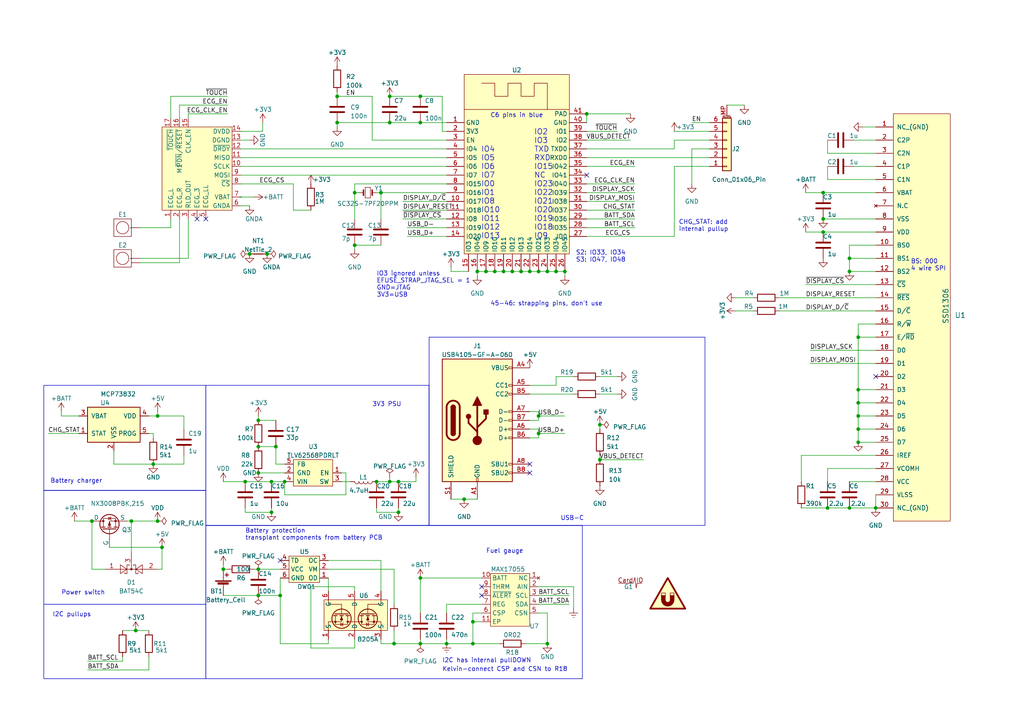
<source format=kicad_sch>
(kicad_sch (version 20230121) (generator eeschema)
  (paper "A4")
  (title_block (title "Card/IO ECG main board") (date "2023-11-17") (rev "6"))
  (junction (at 156.21 125.73))
  (junction (at 26.67 151.13))
  (junction (at 173.99 123.19))
  (junction (at 113.03 35.56))
  (junction (at 114.3 186.69))
  (junction (at 110.49 55.88))
  (junction (at 158.75 78.74))
  (junction (at 113.03 139.7))
  (junction (at 97.79 27.94))
  (junction (at 82.55 139.7))
  (junction (at 129.54 186.69))
  (junction (at 151.13 78.74))
  (junction (at 240.03 147.32))
  (junction (at 115.57 139.7))
  (junction (at 137.16 180.34))
  (junction (at 248.92 128.27))
  (junction (at 143.51 78.74))
  (junction (at 163.83 78.74))
  (junction (at 102.87 71.12))
  (junction (at 77.47 73.66))
  (junction (at 121.92 27.94))
  (junction (at 121.92 186.69))
  (junction (at 146.05 78.74))
  (junction (at 246.38 78.74))
  (junction (at 74.93 129.54))
  (junction (at 44.45 134.62))
  (junction (at 74.93 172.72))
  (junction (at 158.75 186.69))
  (junction (at 248.92 97.79))
  (junction (at 81.28 172.72))
  (junction (at 173.99 133.35))
  (junction (at 140.97 78.74))
  (junction (at 97.79 35.56))
  (junction (at 254 147.32))
  (junction (at 46.99 158.75))
  (junction (at 156.21 120.65))
  (junction (at 71.12 139.7))
  (junction (at 78.74 148.59))
  (junction (at 161.29 78.74))
  (junction (at 248.92 113.03))
  (junction (at 153.67 78.74))
  (junction (at 39.37 182.88))
  (junction (at 246.38 147.32))
  (junction (at 238.76 55.88))
  (junction (at 45.72 151.13))
  (junction (at 45.72 120.65))
  (junction (at 246.38 74.93))
  (junction (at 80.01 129.54))
  (junction (at 115.57 148.59))
  (junction (at 156.21 78.74))
  (junction (at 64.77 165.1))
  (junction (at 78.74 139.7))
  (junction (at 170.18 33.02))
  (junction (at 38.1 151.13))
  (junction (at 138.43 78.74))
  (junction (at 248.92 120.65))
  (junction (at 72.39 73.66))
  (junction (at 134.62 144.78))
  (junction (at 109.22 139.7))
  (junction (at 74.93 165.1))
  (junction (at 137.16 186.69))
  (junction (at 238.76 67.31))
  (junction (at 121.92 35.56))
  (junction (at 238.76 63.5))
  (junction (at 248.92 116.84))
  (junction (at 248.92 124.46))
  (junction (at 148.59 78.74))
  (junction (at 74.93 121.92))
  (junction (at 113.03 27.94))
  (junction (at 121.92 167.64))
  (junction (at 74.93 137.16))
  (junction (at 102.87 55.88))
  (no_connect (at 254 109.22))
  (no_connect (at 59.69 63.5))
  (no_connect (at 153.67 134.62))
  (no_connect (at 139.7 170.18))
  (no_connect (at 139.7 172.72))
  (no_connect (at 57.15 63.5))
  (no_connect (at 153.67 137.16))
  (no_connect (at 81.28 162.56))
  (no_connect (at 170.18 50.8))
  (wire (pts (xy 116.84 58.42) (xy 129.54 58.42)))
  (wire (pts (xy 69.85 40.64) (xy 72.39 40.64)))
  (wire (pts (xy 102.87 71.12) (xy 110.49 71.12)))
  (wire (pts (xy 90.17 187.96) (xy 90.17 170.18)))
  (wire (pts (xy 118.11 66.04) (xy 129.54 66.04)))
  (wire (pts (xy 195.58 48.26) (xy 205.74 48.26)))
  (wire (pts (xy 161.29 111.76) (xy 161.29 109.22)))
  (wire (pts (xy 156.21 124.46) (xy 156.21 125.73)))
  (wire (pts (xy 54.61 33.02) (xy 54.61 34.29)))
  (wire (pts (xy 97.79 35.56) (xy 113.03 35.56)))
  (wire (pts (xy 78.74 148.59) (xy 78.74 147.32)))
  (wire (pts (xy 121.92 35.56) (xy 129.54 35.56)))
  (wire (pts (xy 115.57 147.32) (xy 115.57 148.59)))
  (wire (pts (xy 25.4 191.77) (xy 35.56 191.77)))
  (wire (pts (xy 173.99 133.35) (xy 173.99 132.08)))
  (wire (pts (xy 233.68 55.88) (xy 238.76 55.88)))
  (wire (pts (xy 158.75 177.8) (xy 158.75 186.69)))
  (wire (pts (xy 102.87 71.12) (xy 102.87 72.39)))
  (wire (pts (xy 114.3 186.69) (xy 121.92 186.69)))
  (wire (pts (xy 248.92 97.79) (xy 254 97.79)))
  (wire (pts (xy 184.15 63.5) (xy 170.18 63.5)))
  (wire (pts (xy 173.99 114.3) (xy 179.07 114.3)))
  (wire (pts (xy 64.77 165.1) (xy 66.04 165.1)))
  (wire (pts (xy 156.21 78.74) (xy 158.75 78.74)))
  (wire (pts (xy 170.18 38.1) (xy 179.07 38.1)))
  (wire (pts (xy 69.85 50.8) (xy 129.54 50.8)))
  (wire (pts (xy 95.25 186.69) (xy 95.25 185.42)))
  (wire (pts (xy 195.58 68.58) (xy 195.58 48.26)))
  (wire (pts (xy 74.93 120.65) (xy 74.93 121.92)))
  (wire (pts (xy 166.37 170.18) (xy 156.21 170.18)))
  (wire (pts (xy 238.76 63.5) (xy 254 63.5)))
  (wire (pts (xy 146.05 78.74) (xy 148.59 78.74)))
  (wire (pts (xy 200.66 43.18) (xy 200.66 53.34)))
  (wire (pts (xy 153.67 111.76) (xy 161.29 111.76)))
  (wire (pts (xy 153.67 124.46) (xy 156.21 124.46)))
  (wire (pts (xy 97.79 26.67) (xy 97.79 27.94)))
  (wire (pts (xy 43.18 194.31) (xy 43.18 190.5)))
  (wire (pts (xy 254 132.08) (xy 232.41 132.08)))
  (wire (pts (xy 113.03 35.56) (xy 121.92 35.56)))
  (wire (pts (xy 110.49 162.56) (xy 110.49 171.45)))
  (wire (pts (xy 156.21 172.72) (xy 165.1 172.72)))
  (wire (pts (xy 120.65 139.7) (xy 115.57 139.7)))
  (wire (pts (xy 107.95 40.64) (xy 129.54 40.64)))
  (wire (pts (xy 78.74 139.7) (xy 82.55 139.7)))
  (wire (pts (xy 240.03 44.45) (xy 254 44.45)))
  (wire (pts (xy 44.45 134.62) (xy 53.34 134.62)))
  (wire (pts (xy 129.54 175.26) (xy 129.54 177.8)))
  (wire (pts (xy 254 135.89) (xy 240.03 135.89)))
  (wire (pts (xy 139.7 177.8) (xy 137.16 177.8)))
  (wire (pts (xy 153.67 119.38) (xy 156.21 119.38)))
  (wire (pts (xy 156.21 120.65) (xy 163.83 120.65)))
  (wire (pts (xy 156.21 177.8) (xy 158.75 177.8)))
  (wire (pts (xy 102.87 55.88) (xy 104.14 55.88)))
  (wire (pts (xy 137.16 186.69) (xy 144.78 186.69)))
  (wire (pts (xy 138.43 78.74) (xy 138.43 80.01)))
  (wire (pts (xy 213.36 90.17) (xy 218.44 90.17)))
  (wire (pts (xy 121.92 167.64) (xy 139.7 167.64)))
  (wire (pts (xy 226.06 86.36) (xy 254 86.36)))
  (wire (pts (xy 240.03 147.32) (xy 246.38 147.32)))
  (wire (pts (xy 100.33 137.16) (xy 100.33 143.51)))
  (wire (pts (xy 40.64 74.93) (xy 54.61 74.93)))
  (wire (pts (xy 153.67 114.3) (xy 166.37 114.3)))
  (wire (pts (xy 102.87 187.96) (xy 90.17 187.96)))
  (wire (pts (xy 233.68 67.31) (xy 238.76 67.31)))
  (wire (pts (xy 74.93 172.72) (xy 81.28 172.72)))
  (wire (pts (xy 170.18 33.02) (xy 182.88 33.02)))
  (wire (pts (xy 137.16 180.34) (xy 139.7 180.34)))
  (wire (pts (xy 100.33 143.51) (xy 82.55 143.51)))
  (wire (pts (xy 66.04 30.48) (xy 52.07 30.48)))
  (wire (pts (xy 246.38 78.74) (xy 254 78.74)))
  (wire (pts (xy 33.02 130.81) (xy 33.02 134.62)))
  (wire (pts (xy 53.34 120.65) (xy 53.34 124.46)))
  (wire (pts (xy 114.3 165.1) (xy 95.25 165.1)))
  (wire (pts (xy 134.62 144.78) (xy 138.43 144.78)))
  (wire (pts (xy 200.66 35.56) (xy 205.74 35.56)))
  (wire (pts (xy 137.16 177.8) (xy 137.16 180.34)))
  (wire (pts (xy 113.03 139.7) (xy 115.57 139.7)))
  (wire (pts (xy 148.59 78.74) (xy 151.13 78.74)))
  (wire (pts (xy 54.61 33.02) (xy 66.04 33.02)))
  (wire (pts (xy 248.92 120.65) (xy 254 120.65)))
  (wire (pts (xy 170.18 53.34) (xy 184.15 53.34)))
  (wire (pts (xy 156.21 121.92) (xy 153.67 121.92)))
  (wire (pts (xy 80.01 134.62) (xy 82.55 134.62)))
  (wire (pts (xy 143.51 78.74) (xy 146.05 78.74)))
  (wire (pts (xy 26.67 151.13) (xy 26.67 165.1)))
  (wire (pts (xy 85.09 60.96) (xy 90.17 60.96)))
  (wire (pts (xy 210.82 30.48) (xy 215.9 30.48)))
  (wire (pts (xy 109.22 148.59) (xy 115.57 148.59)))
  (wire (pts (xy 170.18 40.64) (xy 182.88 40.64)))
  (wire (pts (xy 74.93 165.1) (xy 81.28 165.1)))
  (wire (pts (xy 156.21 119.38) (xy 156.21 120.65)))
  (wire (pts (xy 69.85 43.18) (xy 129.54 43.18)))
  (wire (pts (xy 110.49 186.69) (xy 114.3 186.69)))
  (wire (pts (xy 39.37 182.88) (xy 43.18 182.88)))
  (wire (pts (xy 13.97 125.73) (xy 22.86 125.73)))
  (wire (pts (xy 128.27 27.94) (xy 121.92 27.94)))
  (wire (pts (xy 97.79 27.94) (xy 107.95 27.94)))
  (wire (pts (xy 45.72 120.65) (xy 53.34 120.65)))
  (wire (pts (xy 234.95 101.6) (xy 254 101.6)))
  (wire (pts (xy 246.38 147.32) (xy 254 147.32)))
  (wire (pts (xy 109.22 139.7) (xy 113.03 139.7)))
  (wire (pts (xy 102.87 55.88) (xy 102.87 63.5)))
  (wire (pts (xy 248.92 113.03) (xy 248.92 116.84)))
  (wire (pts (xy 240.03 52.07) (xy 254 52.07)))
  (wire (pts (xy 76.2 38.1) (xy 76.2 35.56)))
  (wire (pts (xy 195.58 38.1) (xy 205.74 38.1)))
  (wire (pts (xy 254 71.12) (xy 246.38 71.12)))
  (wire (pts (xy 74.93 121.92) (xy 80.01 121.92)))
  (wire (pts (xy 73.66 165.1) (xy 74.93 165.1)))
  (wire (pts (xy 52.07 63.5) (xy 52.07 76.2)))
  (wire (pts (xy 233.68 82.55) (xy 254 82.55)))
  (wire (pts (xy 140.97 78.74) (xy 143.51 78.74)))
  (wire (pts (xy 69.85 53.34) (xy 85.09 53.34)))
  (wire (pts (xy 109.22 55.88) (xy 110.49 55.88)))
  (wire (pts (xy 81.28 167.64) (xy 81.28 172.72)))
  (wire (pts (xy 195.58 40.64) (xy 195.58 43.18)))
  (wire (pts (xy 130.81 144.78) (xy 134.62 144.78)))
  (wire (pts (xy 153.67 78.74) (xy 156.21 78.74)))
  (wire (pts (xy 156.21 125.73) (xy 156.21 127)))
  (wire (pts (xy 173.99 123.19) (xy 173.99 124.46)))
  (wire (pts (xy 64.77 139.7) (xy 71.12 139.7)))
  (wire (pts (xy 170.18 58.42) (xy 184.15 58.42)))
  (wire (pts (xy 52.07 30.48) (xy 52.07 34.29)))
  (wire (pts (xy 170.18 45.72) (xy 205.74 45.72)))
  (wire (pts (xy 139.7 175.26) (xy 129.54 175.26)))
  (wire (pts (xy 45.72 119.38) (xy 45.72 120.65)))
  (wire (pts (xy 163.83 78.74) (xy 163.83 80.01)))
  (wire (pts (xy 44.45 125.73) (xy 44.45 127)))
  (wire (pts (xy 218.44 86.36) (xy 213.36 86.36)))
  (wire (pts (xy 248.92 113.03) (xy 254 113.03)))
  (wire (pts (xy 64.77 172.72) (xy 74.93 172.72)))
  (wire (pts (xy 116.84 60.96) (xy 129.54 60.96)))
  (wire (pts (xy 121.92 186.69) (xy 121.92 185.42)))
  (wire (pts (xy 184.15 60.96) (xy 170.18 60.96)))
  (wire (pts (xy 238.76 67.31) (xy 254 67.31)))
  (wire (pts (xy 69.85 48.26) (xy 129.54 48.26)))
  (wire (pts (xy 128.27 38.1) (xy 128.27 27.94)))
  (wire (pts (xy 69.85 38.1) (xy 76.2 38.1)))
  (wire (pts (xy 118.11 68.58) (xy 129.54 68.58)))
  (wire (pts (xy 113.03 138.43) (xy 113.03 139.7)))
  (wire (pts (xy 71.12 148.59) (xy 78.74 148.59)))
  (wire (pts (xy 195.58 43.18) (xy 170.18 43.18)))
  (wire (pts (xy 248.92 124.46) (xy 248.92 128.27)))
  (wire (pts (xy 35.56 191.77) (xy 35.56 190.5)))
  (wire (pts (xy 69.85 57.15) (xy 73.66 57.15)))
  (wire (pts (xy 114.3 182.88) (xy 114.3 186.69)))
  (wire (pts (xy 248.92 93.98) (xy 248.92 97.79)))
  (wire (pts (xy 158.75 78.74) (xy 161.29 78.74)))
  (wire (pts (xy 25.4 194.31) (xy 43.18 194.31)))
  (wire (pts (xy 246.38 74.93) (xy 254 74.93)))
  (wire (pts (xy 99.06 139.7) (xy 101.6 139.7)))
  (wire (pts (xy 54.61 63.5) (xy 54.61 74.93)))
  (wire (pts (xy 250.19 36.83) (xy 254 36.83)))
  (wire (pts (xy 21.59 151.13) (xy 26.67 151.13)))
  (wire (pts (xy 102.87 170.18) (xy 102.87 171.45)))
  (wire (pts (xy 156.21 120.65) (xy 156.21 121.92)))
  (wire (pts (xy 35.56 182.88) (xy 39.37 182.88)))
  (wire (pts (xy 99.06 137.16) (xy 100.33 137.16)))
  (wire (pts (xy 173.99 133.35) (xy 186.69 133.35)))
  (wire (pts (xy 254 143.51) (xy 254 147.32)))
  (wire (pts (xy 40.64 66.04) (xy 49.53 66.04)))
  (wire (pts (xy 161.29 109.22) (xy 166.37 109.22)))
  (wire (pts (xy 248.92 120.65) (xy 248.92 124.46)))
  (wire (pts (xy 38.1 151.13) (xy 45.72 151.13)))
  (wire (pts (xy 151.13 78.74) (xy 153.67 78.74)))
  (wire (pts (xy 173.99 109.22) (xy 179.07 109.22)))
  (wire (pts (xy 246.38 139.7) (xy 254 139.7)))
  (wire (pts (xy 152.4 186.69) (xy 158.75 186.69)))
  (wire (pts (xy 31.75 158.75) (xy 46.99 158.75)))
  (wire (pts (xy 107.95 27.94) (xy 107.95 40.64)))
  (wire (pts (xy 43.18 125.73) (xy 44.45 125.73)))
  (wire (pts (xy 71.12 139.7) (xy 78.74 139.7)))
  (wire (pts (xy 110.49 55.88) (xy 129.54 55.88)))
  (wire (pts (xy 46.99 165.1) (xy 45.72 165.1)))
  (wire (pts (xy 102.87 53.34) (xy 102.87 55.88)))
  (wire (pts (xy 226.06 90.17) (xy 254 90.17)))
  (wire (pts (xy 17.78 119.38) (xy 17.78 120.65)))
  (wire (pts (xy 38.1 160.02) (xy 38.1 151.13)))
  (wire (pts (xy 130.81 77.47) (xy 130.81 78.74)))
  (wire (pts (xy 69.85 59.69) (xy 72.39 59.69)))
  (wire (pts (xy 248.92 116.84) (xy 248.92 120.65)))
  (wire (pts (xy 82.55 143.51) (xy 82.55 139.7)))
  (wire (pts (xy 138.43 78.74) (xy 140.97 78.74)))
  (wire (pts (xy 246.38 71.12) (xy 246.38 74.93)))
  (wire (pts (xy 90.17 170.18) (xy 102.87 170.18)))
  (wire (pts (xy 153.67 127) (xy 156.21 127)))
  (wire (pts (xy 248.92 97.79) (xy 248.92 113.03)))
  (wire (pts (xy 156.21 125.73) (xy 163.83 125.73)))
  (wire (pts (xy 137.16 180.34) (xy 137.16 186.69)))
  (wire (pts (xy 40.64 76.2) (xy 52.07 76.2)))
  (wire (pts (xy 254 93.98) (xy 248.92 93.98)))
  (wire (pts (xy 170.18 48.26) (xy 184.15 48.26)))
  (wire (pts (xy 121.92 186.69) (xy 129.54 186.69)))
  (wire (pts (xy 248.92 116.84) (xy 254 116.84)))
  (wire (pts (xy 22.86 120.65) (xy 17.78 120.65)))
  (wire (pts (xy 64.77 165.1) (xy 64.77 163.83)))
  (wire (pts (xy 46.99 158.75) (xy 46.99 165.1)))
  (wire (pts (xy 38.1 151.13) (xy 36.83 151.13)))
  (wire (pts (xy 129.54 185.42) (xy 129.54 186.69)))
  (wire (pts (xy 195.58 40.64) (xy 205.74 40.64)))
  (wire (pts (xy 247.65 48.26) (xy 254 48.26)))
  (wire (pts (xy 97.79 36.83) (xy 97.79 35.56)))
  (wire (pts (xy 81.28 172.72) (xy 81.28 186.69)))
  (wire (pts (xy 114.3 175.26) (xy 114.3 165.1)))
  (wire (pts (xy 129.54 186.69) (xy 137.16 186.69)))
  (wire (pts (xy 246.38 74.93) (xy 246.38 78.74)))
  (wire (pts (xy 102.87 185.42) (xy 102.87 187.96)))
  (wire (pts (xy 74.93 129.54) (xy 80.01 129.54)))
  (wire (pts (xy 109.22 147.32) (xy 109.22 148.59)))
  (wire (pts (xy 161.29 78.74) (xy 163.83 78.74)))
  (wire (pts (xy 120.65 138.43) (xy 120.65 139.7)))
  (wire (pts (xy 102.87 53.34) (xy 129.54 53.34)))
  (wire (pts (xy 116.84 63.5) (xy 129.54 63.5)))
  (wire (pts (xy 248.92 128.27) (xy 254 128.27)))
  (wire (pts (xy 234.95 105.41) (xy 254 105.41)))
  (wire (pts (xy 232.41 132.08) (xy 232.41 139.7)))
  (wire (pts (xy 80.01 129.54) (xy 80.01 134.62)))
  (wire (pts (xy 121.92 167.64) (xy 121.92 177.8)))
  (wire (pts (xy 49.53 63.5) (xy 49.53 66.04)))
  (wire (pts (xy 71.12 148.59) (xy 71.12 147.32)))
  (wire (pts (xy 26.67 165.1) (xy 30.48 165.1)))
  (wire (pts (xy 53.34 132.08) (xy 53.34 134.62)))
  (wire (pts (xy 166.37 176.53) (xy 166.37 170.18)))
  (wire (pts (xy 247.65 40.64) (xy 254 40.64)))
  (wire (pts (xy 121.92 27.94) (xy 113.03 27.94)))
  (wire (pts (xy 110.49 55.88) (xy 110.49 63.5)))
  (wire (pts (xy 43.18 120.65) (xy 45.72 120.65)))
  (wire (pts (xy 95.25 186.69) (xy 81.28 186.69)))
  (wire (pts (xy 240.03 48.26) (xy 240.03 52.07)))
  (wire (pts (xy 170.18 68.58) (xy 195.58 68.58)))
  (wire (pts (xy 49.53 27.94) (xy 66.04 27.94)))
  (wire (pts (xy 85.09 53.34) (xy 85.09 60.96)))
  (wire (pts (xy 184.15 66.04) (xy 170.18 66.04)))
  (wire (pts (xy 130.81 78.74) (xy 135.89 78.74)))
  (wire (pts (xy 95.25 167.64) (xy 95.25 171.45)))
  (wire (pts (xy 33.02 134.62) (xy 44.45 134.62)))
  (wire (pts (xy 129.54 38.1) (xy 128.27 38.1)))
  (wire (pts (xy 156.21 175.26) (xy 165.1 175.26)))
  (wire (pts (xy 240.03 40.64) (xy 240.03 44.45)))
  (wire (pts (xy 232.41 147.32) (xy 240.03 147.32)))
  (wire (pts (xy 238.76 55.88) (xy 254 55.88)))
  (wire (pts (xy 170.18 55.88) (xy 184.15 55.88)))
  (wire (pts (xy 248.92 124.46) (xy 254 124.46)))
  (wire (pts (xy 49.53 34.29) (xy 49.53 27.94)))
  (wire (pts (xy 240.03 135.89) (xy 240.03 139.7)))
  (wire (pts (xy 74.93 137.16) (xy 82.55 137.16)))
  (wire (pts (xy 69.85 45.72) (xy 129.54 45.72)))
  (wire (pts (xy 205.74 43.18) (xy 200.66 43.18)))
  (wire (pts (xy 170.18 35.56) (xy 170.18 33.02)))
  (wire (pts (xy 95.25 162.56) (xy 110.49 162.56)))
  (wire (pts (xy 110.49 186.69) (xy 110.49 185.42)))
  (rectangle (start 59.69 111.76) (end 124.46 152.4))
  (rectangle (start 12.7 142.24) (end 59.69 175.26))
  (rectangle (start 59.69 152.4) (end 168.91 196.85))
  (rectangle (start 12.7 175.26) (end 59.69 196.85))
  (rectangle (start 12.7 111.76) (end 59.69 142.24))
  (rectangle (start 124.46 97.79) (end 204.47 152.4))
  (text "IO2\nIO3\nTXD\nRXD\nIO15\nNC\nIO23\nIO22\nIO21\nIO20\nIO19\nIO18\nIO9" (at 154.9066 69.4513 0) (effects (font (size 1.56 1.56)) (justify left bottom)))
  (text "IO4\nIO5\nIO6\nIO7\nIO0\nIO1\nIO8\nIO10\nIO11\nIO12\nIO13" (at 139.5263 69.4513 0) (effects (font (size 1.56 1.56)) (justify left bottom)))
  (text "We use two wakeup signals:\n - VBUS_DETECT to wake up then the user connects a charger\n - TOUCH to wake up when the user picks up the device\n\nThese lines MUST be connected to wakeup sources" (at 97.79 -7.62 0) (effects (font (size 1.27 1.27)) (justify left bottom)))
  (text "C6 pins in blue" (at 142.24 34.29 0) (effects (font (size 1.27 1.27)) (justify left bottom)))
  (text "USB-C" (at 162.56 151.13 0) (effects (font (size 1.27 1.27)) (justify left bottom)))
  (text "ESP32-C6-WROOM\nNo bottom pin row\nStrapping pins:\n - IO17: initially high\n - IO0: high for normal boot\n - IO42: ignored (high to use USB-JTAG)\nSPI: 1 + PARL_IO\nWakeup sources: IO0-IO7" (at 161.29 -22.86 0) (effects (font (size 1.27 1.27)) (justify left bottom)))
  (text "Kelvin-connect CSP and CSN to R18" (at 128.27 194.945 0) (effects (font (size 1.27 1.27)) (justify left bottom)))
  (text "ESP32-S3-WROOM\nDo not use bottom pin row\nStrapping pins:\n - IO0: high for normal boot\n - IO45/IO46: low\n - IO3: ignored (high to use USB-JTAG)\nSPI: 2\nWakeup sources: IO0-IO21" (at 115.57 -22.86 0) (effects (font (size 1.27 1.27)) (justify left bottom)))
  (text "Battery charger" (at 14.605 140.335 0) (effects (font (size 1.27 1.27)) (justify left bottom)))
  (text "ESP32-S2-SOLO\nDo not use bottom pin row\nStrapping pins:\n - IO0: high for normal boot\n - IO46: low\n - IO45: low\nSPI: 2\nWakeup sources: IO0-IO21" (at 77.47 -22.86 0) (effects (font (size 1.27 1.27)) (justify left bottom)))
  (text "CHG_STAT: add \ninternal pullup" (at 196.85 67.31 0) (effects (font (size 1.27 1.27)) (justify left bottom)))
  (text "Pins in these notes are written according\nto their position relative to the S2 module\nin the schematic. The actual pin names\ndiffer on different modules." (at 115.57 -50.8 0) (effects (font (size 1.27 1.27)) (justify left bottom)))
  (text "Fuel gauge" (at 140.97 160.655 0) (effects (font (size 1.27 1.27)) (justify left bottom)))
  (text "3V3 PSU" (at 107.95 118.11 0) (effects (font (size 1.27 1.27)) (justify left bottom)))
  (text "BS: 000\n4 wire SPI" (at 264.16 78.74 0) (effects (font (size 1.27 1.27)) (justify left bottom)))
  (text "45-46: strapping pins, don't use" (at 142.24 88.9 0) (effects (font (size 1.27 1.27)) (justify left bottom)))
  (text "I2C has internal pullDOWN" (at 128.27 192.405 0) (effects (font (size 1.27 1.27)) (justify left bottom)))
  (text "Battery protection\ntransplant components from battery PCB" (at 71.12 156.845 0) (effects (font (size 1.27 1.27)) (justify left bottom)))
  (text "S2: IO33, IO34\nS3: IO47, IO48" (at 167.005 76.2 0) (effects (font (size 1.27 1.27)) (justify left bottom)))
  (text "I2C pullups" (at 15.24 179.07 0) (effects (font (size 1.27 1.27)) (justify left bottom)))
  (text "IO3 ignored unless\nEFUSE_STRAP_JTAG_SEL = 1\nGND=JTAG\n3V3=USB" (at 109.22 86.36 0) (effects (font (size 1.27 1.27)) (justify left bottom)))
  (text "Power switch" (at 17.78 172.72 0) (effects (font (size 1.27 1.27)) (justify left bottom)))
  (label "~{TOUCH}" (at 179.07 38.1 180))
  (label "DISPLAY_SCK" (at 184.15 55.88 180))
  (label "USB_D+" (at 118.11 68.58 0))
  (label "ECG_CS" (at 82.55 53.34 180))
  (label "EN" (at 100.33 27.94 0))
  (label "DISPLAY_RESET" (at 116.84 60.96 0))
  (label "DISPLAY_RESET" (at 233.68 86.36 0))
  (label "DISPLAY_D{slash}~{C}" (at 233.68 90.17 0))
  (label "ECG_CS" (at 182.88 68.58 180))
  (label "ECG_EN" (at 66.04 30.48 180))
  (label "BATT_SCL" (at 165.1 172.72 180))
  (label "ECG_CLK_EN" (at 66.04 33.02 180))
  (label "EN" (at 200.66 35.56 0))
  (label "BATT_SDA" (at 25.4 194.31 0))
  (label "USB_D-" (at 163.83 120.65 180))
  (label "~{TOUCH}" (at 66.04 27.94 180))
  (label "~{DISPLAY_CS}" (at 233.68 82.55 0))
  (label "CHG_STAT" (at 13.97 125.73 0))
  (label "CHG_STAT" (at 184.15 60.96 180))
  (label "USB_D-" (at 118.11 66.04 0))
  (label "DISPLAY_MOSI" (at 234.95 105.41 0))
  (label "DISPLAY_D{slash}~{C}" (at 116.84 58.42 0))
  (label "USB_D+" (at 163.83 125.73 180))
  (label "BATT_SDA" (at 165.1 175.26 180))
  (label "DISPLAY_SCK" (at 234.95 101.6 0))
  (label "VBUS_DETECT" (at 182.88 40.64 180))
  (label "DISPLAY_MOSI" (at 184.15 58.42 180))
  (label "BATT_SCL" (at 184.15 66.04 180))
  (label "BATT_SDA" (at 184.15 63.5 180))
  (label "~{DISPLAY_CS}" (at 116.84 63.5 0))
  (label "ECG_EN" (at 184.15 48.26 180))
  (label "ECG_CLK_EN" (at 184.15 53.34 180))
  (label "VBUS_DETECT" (at 186.69 133.35 180))
  (label "BATT_SCL" (at 25.4 191.77 0))
  (symbol (lib_id "power:GND") (at 44.45 134.62 0) (mirror y) (unit 1)
    (property "Reference" "#PWR021" (effects hide))
    (property "Value" "GND" (at 44.45 138.43 0))
  )
  (symbol (lib_id "Device:C") (at 113.03 31.75 0) (unit 1)
    (property "Reference" "C7" (at 114.3 29.21 0) (effects (justify left)))
    (property "Value" "22u" (at 114.3 34.29 0) (effects (justify left)))
    (property "Footprint" "Capacitor_SMD:C_0805_2012Metric" (effects hide))
    (property "MPN" "CC0603MRX5R6BB226" (effects hide))
    (property "Manufacturer" "Yageo" (effects hide))
    (property "LCSC Part #" "C109447" (effects hide))
  )
  (symbol (lib_id "Device:C") (at 238.76 59.69 180) (unit 1)
    (property "Reference" "C3" (at 240.03 57.15 0))
    (property "Value" "1u" (at 241.3 62.23 0))
    (property "Footprint" "Capacitor_SMD:C_0603_1608Metric" (effects hide))
    (property "Manufacturer" "Yageo" (effects hide))
    (property "LCSC Part #" "C113807" (effects hide))
    (property "MPN" "CC0603KRX7R6BB105" (effects hide))
  )
  (symbol (lib_id "power:PWR_FLAG") (at 74.93 165.1 0) (unit 1)
    (property "Reference" "#FLG05" (effects hide))
    (property "Value" "PWR_FLAG" (at 74.93 161.29 0))
  )
  (symbol (lib_id "power:VDD") (at 45.72 151.13 0) (unit 1)
    (property "Reference" "#PWR047" (effects hide))
    (property "Value" "VDD" (at 45.72 147.32 0))
  )
  (symbol (lib_id "Graphic:SYM_Magnet_Large") (at 193.675 171.45 0) (unit 1) (in_bom no)
    (property "Reference" "QR1" (effects hide))
    (property "Value" "SYM_Magnet_Large" (effects hide))
    (property "Footprint" "main_board_parts:website-qr" (effects hide))
    (property "DNP" "DNP" (effects hide))
  )
  (symbol (lib_id "Device:Battery_Cell") (at 64.77 170.18 0) (unit 1)
    (property "Reference" "BT1" (at 60.96 171.45 0) (effects (justify left)))
    (property "Value" "Battery_Cell" (at 59.69 173.99 0) (effects (justify left)))
    (property "Footprint" "main_board_parts:Battery_transplant" (effects hide))
    (property "DNP" "DNP" (effects hide))
  )
  (symbol (lib_id "power:GND") (at 134.62 144.78 0) (unit 1)
    (property "Reference" "#PWR049" (effects hide))
    (property "Value" "GND" (at 134.62 149.86 0))
  )
  (symbol (lib_id "Device:R") (at 97.79 22.86 0) (unit 1)
    (property "Reference" "R2" (at 100.33 22.225 0) (effects (justify left)))
    (property "Value" "100k" (at 100.33 24.765 0) (effects (justify left)))
    (property "Footprint" "Resistor_SMD:R_0603_1608Metric" (effects hide))
    (property "MPN" "RC0603JR-07100KL" (effects hide))
    (property "Manufacturer" "Yageo" (effects hide))
    (property "LCSC Part #" "C100048" (effects hide))
  )
  (symbol (lib_id "power:GNDA") (at 77.47 73.66 0) (unit 1)
    (property "Reference" "#PWR026" (effects hide))
    (property "Value" "GNDA" (at 78.74 77.47 0))
  )
  (symbol (lib_id "power:+3V3") (at 213.36 90.17 90) (mirror x) (unit 1)
    (property "Reference" "#PWR051" (effects hide))
    (property "Value" "+3V3" (at 209.55 90.17 0))
  )
  (symbol (lib_id "power:GND") (at 254 147.32 0) (unit 1)
    (property "Reference" "#PWR01" (effects hide))
    (property "Value" "GND" (at 254 152.4 0))
  )
  (symbol (lib_id "power:+BATT") (at 121.92 167.64 0) (mirror y) (unit 1)
    (property "Reference" "#PWR028" (effects hide))
    (property "Value" "+BATT" (at 121.92 163.83 0))
  )
  (symbol (lib_id "Device:C") (at 71.12 143.51 0) (unit 1)
    (property "Reference" "C15" (at 72.39 140.97 0) (effects (justify left)))
    (property "Value" "1u" (at 72.39 146.05 0) (effects (justify left)))
    (property "Footprint" "Capacitor_SMD:C_0603_1608Metric" (effects hide))
    (property "MPN" "CC0603KRX7R6BB105" (effects hide))
    (property "Manufacturer" "Yageo" (effects hide))
    (property "LCSC Part #" "C113807" (effects hide))
  )
  (symbol (lib_id "Device:C") (at 115.57 143.51 0) (unit 1)
    (property "Reference" "C18" (at 115.57 140.97 0) (effects (justify left)))
    (property "Value" "22u" (at 116.84 146.05 0) (effects (justify left)))
    (property "Footprint" "Capacitor_SMD:C_0805_2012Metric" (effects hide))
    (property "MPN" "CC0603MRX5R6BB226" (effects hide))
    (property "Manufacturer" "Yageo" (effects hide))
    (property "LCSC Part #" "C109447" (effects hide))
  )
  (symbol (lib_id "Device:R") (at 44.45 130.81 180) (unit 1)
    (property "Reference" "R14" (at 46.2026 129.6416 0) (effects (justify right)))
    (property "Value" "5k1" (at 46.2026 131.953 0) (effects (justify right)))
    (property "Footprint" "Resistor_SMD:R_0603_1608Metric" (effects hide))
    (property "MPN" "RT0603FRE075K1L" (effects hide))
    (property "Manufacturer" "Yageo" (effects hide))
    (property "LCSC Part #" "C706184" (effects hide))
  )
  (symbol (lib_id "power:GND") (at 102.87 72.39 0) (mirror y) (unit 1)
    (property "Reference" "#PWR025" (effects hide))
    (property "Value" "GND" (at 102.87 77.47 0))
  )
  (symbol (lib_id "power:+3V3") (at 130.81 77.47 0) (unit 1)
    (property "Reference" "#PWR044" (effects hide))
    (property "Value" "+3V3" (at 130.81 73.66 0))
  )
  (symbol (lib_id "power:+BATT") (at 64.77 163.83 0) (unit 1)
    (property "Reference" "#PWR07" (effects hide))
    (property "Value" "+BATT" (at 64.77 160.02 0))
  )
  (symbol (lib_id "power:GND") (at 179.07 114.3 90) (unit 1)
    (property "Reference" "#PWR052" (effects hide))
    (property "Value" "GND" (at 184.15 114.3 0))
  )
  (symbol (lib_id "Device:R") (at 170.18 109.22 270) (unit 1)
    (property "Reference" "R19" (at 166.37 107.95 90) (effects (justify right)))
    (property "Value" "5k1" (at 177.8 107.95 90) (effects (justify right)))
    (property "Footprint" "Resistor_SMD:R_0603_1608Metric" (effects hide))
    (property "MPN" "RT0603FRE075K1L" (effects hide))
    (property "Manufacturer" "Yageo" (effects hide))
    (property "LCSC Part #" "C706184" (effects hide))
  )
  (symbol (lib_id "power:VDD") (at 64.77 139.7 0) (unit 1)
    (property "Reference" "#PWR048" (effects hide))
    (property "Value" "VDD" (at 64.77 135.89 0))
  )
  (symbol (lib_id "Device:R") (at 222.25 90.17 90) (unit 1)
    (property "Reference" "R5" (at 218.44 88.9 90) (effects (justify left)))
    (property "Value" "1M" (at 228.6 88.9 90) (effects (justify left)))
    (property "Footprint" "Resistor_SMD:R_0603_1608Metric" (effects hide))
    (property "Manufacturer" "Yageo" (effects hide))
    (property "LCSC Part #" "C482623" (effects hide))
    (property "MPN" "RT0603DRD071ML" (effects hide))
  )
  (symbol (lib_id "power:PWR_FLAG") (at 45.72 151.13 270) (unit 1)
    (property "Reference" "#FLG08" (effects hide))
    (property "Value" "PWR_FLAG" (at 49.53 151.765 90) (effects (justify left)))
  )
  (symbol (lib_id "power:+3V3") (at 76.2 35.56 0) (unit 1)
    (property "Reference" "#PWR019" (effects hide))
    (property "Value" "+3V3" (at 76.2 31.75 0))
  )
  (symbol (lib_id "power:GND") (at 213.36 86.36 270) (unit 1)
    (property "Reference" "#PWR024" (effects hide))
    (property "Value" "GND" (effects hide))
  )
  (symbol (lib_id "Device:C") (at 80.01 125.73 0) (unit 1)
    (property "Reference" "C17" (at 82.931 124.5616 0) (effects (justify left)))
    (property "Value" "33p" (at 82.931 126.873 0) (effects (justify left)))
    (property "Footprint" "Capacitor_SMD:C_0603_1608Metric" (effects hide))
    (property "MPN" "CC0603JRNPO9BN330" (effects hide))
    (property "Manufacturer" "Yageo" (effects hide))
    (property "LCSC Part #" "C107047" (effects hide))
  )
  (symbol (lib_id "power:PWR_FLAG") (at 74.93 172.72 180) (unit 1)
    (property "Reference" "#FLG04" (effects hide))
    (property "Value" "PWR_FLAG" (at 74.93 177.8 0))
  )
  (symbol (lib_id "main_board_parts:ESP32-S2-SOLO") (at 149.86 45.72 0) (unit 1)
    (property "Reference" "U2" (at 149.86 20.32 0))
    (property "Value" "ESP32-S2-SOLO" (effects hide))
    (property "Footprint" "main_board_parts:ESP32-S2-SOLO" (effects hide))
    (property "Datasheet" "https://www.espressif.com/sites/default/files/documentation/esp32-s2-solo_esp32-s2-solo-u_datasheet_en.pdf" (effects hide))
    (property "Manufacturer" "Espressif" (effects hide))
    (property "Description" "19.5dBm ESP32-S2 2.4GHz -  WiFi Modules ROHS" (effects hide))
    (property "LCSC Part #" "C3040594" (effects hide))
    (property "MPN" "ESP32-S2-SOLO-2-N4" (effects hide))
  )
  (symbol (lib_id "Device:NetTie_2") (at 74.93 73.66 0) (unit 1) (in_bom no)
    (property "Reference" "NT1" (at 74.93 69.85 0))
    (property "Value" "NetTie_2" (at 74.93 72.39 0))
    (property "Footprint" "NetTie:NetTie-2_SMD_Pad2.0mm" (effects hide))
    (property "DNP" "DNP" (effects hide))
  )
  (symbol (lib_id "Diode:BAT54C") (at 38.1 165.1 0) (mirror x) (unit 1)
    (property "Reference" "D1" (at 38.1 168.91 0))
    (property "Value" "BAT54C" (at 38.1 171.45 0))
    (property "Footprint" "Package_TO_SOT_SMD:SOT-23" (effects hide))
    (property "Datasheet" "http://www.diodes.com/_files/datasheets/ds11005.pdf" (effects hide))
    (property "Manufacturer" "Shikues" (effects hide))
    (property "Description" "30V 800mV@100mA 200mA SOT-23(TO-236)  Schottky Barrier Diodes (SBD) ROHS" (effects hide))
    (property "LCSC Part #" "C171429" (effects hide))
    (property "MPN" "BAT54C" (effects hide))
  )
  (symbol (lib_id "power:GND") (at 72.39 40.64 90) (unit 1)
    (property "Reference" "#PWR020" (effects hide))
    (property "Value" "GND" (at 76.2 40.64 0))
  )
  (symbol (lib_id "power:GND") (at 158.75 186.69 0) (unit 1)
    (property "Reference" "#PWR023" (effects hide))
    (property "Value" "GND" (at 158.75 190.5 0))
  )
  (symbol (lib_id "Device:R") (at 74.93 125.73 0) (mirror x) (unit 1)
    (property "Reference" "R7" (at 73.66 124.46 0) (effects (justify right)))
    (property "Value" "100k" (at 73.66 127 0) (effects (justify right)))
    (property "Footprint" "Resistor_SMD:R_0603_1608Metric" (effects hide))
    (property "MPN" "RC0603JR-07100KL" (effects hide))
    (property "Manufacturer" "Yageo" (effects hide))
    (property "LCSC Part #" "C100048" (effects hide))
  )
  (symbol (lib_id "Device:C") (at 129.54 181.61 0) (unit 1)
    (property "Reference" "C22" (at 130.81 179.07 0) (effects (justify left)))
    (property "Value" "470n" (at 130.81 184.15 0) (effects (justify left)))
    (property "Footprint" "Capacitor_SMD:C_0603_1608Metric" (effects hide))
    (property "MPN" "CC0603JRX7R7BB474" (effects hide))
    (property "Manufacturer" "Yageo" (effects hide))
    (property "LCSC Part #" "C519558" (effects hide))
  )
  (symbol (lib_id "power:Earth") (at 129.54 186.69 0) (unit 1)
    (property "Reference" "#PWR029" (effects hide))
    (property "Value" "Earth" (effects hide))
  )
  (symbol (lib_id "power:GND") (at 138.43 80.01 0) (unit 1)
    (property "Reference" "#PWR040" (effects hide))
    (property "Value" "GND" (at 138.43 85.09 0))
  )
  (symbol (lib_id "Device:R") (at 69.85 165.1 90) (mirror x) (unit 1)
    (property "Reference" "R6" (at 68.58 167.64 90) (effects (justify right)))
    (property "Value" "100" (at 68.58 165.1 90) (effects (justify right)))
    (property "Footprint" "Resistor_SMD:R_0603_1608Metric" (effects hide))
    (property "MPN" "RT0603BRD07100RL" (effects hide))
    (property "Manufacturer" "Yageo" (effects hide))
    (property "LCSC Part #" "C122970" (effects hide))
  )
  (symbol (lib_id "power:GND") (at 250.19 36.83 270) (unit 1)
    (property "Reference" "#PWR02" (effects hide))
    (property "Value" "GND" (effects hide))
  )
  (symbol (lib_id "power:PWR_FLAG") (at 121.92 186.69 180) (unit 1)
    (property "Reference" "#FLG03" (effects hide))
    (property "Value" "PWR_FLAG" (at 121.92 191.77 0))
  )
  (symbol (lib_id "Device:C") (at 246.38 143.51 180) (unit 1)
    (property "Reference" "C6" (at 247.65 140.97 0))
    (property "Value" "2.2u" (at 248.92 146.05 0))
    (property "Footprint" "Capacitor_SMD:C_0603_1608Metric" (effects hide))
    (property "Manufacturer" "Yageo" (effects hide))
    (property "LCSC Part #" "C106849" (effects hide))
    (property "MPN" "CC0603ZRY5V6BB225" (effects hide))
  )
  (symbol (lib_id "Device:C") (at 240.03 143.51 180) (unit 1)
    (property "Reference" "C5" (at 241.3 140.97 0))
    (property "Value" "2.2u" (at 242.57 146.05 0))
    (property "Footprint" "Capacitor_SMD:C_0603_1608Metric" (effects hide))
    (property "Manufacturer" "Yageo" (effects hide))
    (property "LCSC Part #" "C106849" (effects hide))
    (property "MPN" "CC0603ZRY5V6BB225" (effects hide))
  )
  (symbol (lib_id "main_board_parts:Electrode") (at 38.1 66.04 0) (mirror y) (unit 1) (in_bom no)
    (property "Reference" "E1" (at 35.56 62.23 0))
    (property "Value" "~" (at 38.1 66.04 0))
    (property "Footprint" "main_board_parts:Electrode" (effects hide))
    (property "DNP" "DNP" (effects hide))
  )
  (symbol (lib_id "power:PWR_FLAG") (at 113.03 138.43 0) (unit 1)
    (property "Reference" "#FLG01" (effects hide))
    (property "Value" "PWR_FLAG" (at 113.03 135.255 0))
  )
  (symbol (lib_id "main_board_parts:DW01") (at 87.63 165.1 180) (unit 1)
    (property "Reference" "U5" (at 88.265 160.02 0))
    (property "Value" "DW01" (at 88.9 170.18 0))
    (property "Footprint" "Package_TO_SOT_SMD:SOT-23-6" (effects hide))
    (property "Datasheet" "https://datasheet.lcsc.com/lcsc/2007091535_PJSEMI-DW01_C686633.pdf" (effects hide))
    (property "Manufacturer" "JSMSEMI" (effects hide))
    (property "Description" "SOT-23-6  Battery Management ICs ROHS" (effects hide))
    (property "LCSC Part #" "C917079" (effects hide))
    (property "MPN" "DW01" (effects hide))
  )
  (symbol (lib_id "Device:R") (at 43.18 186.69 0) (unit 1)
    (property "Reference" "R11" (at 44.45 186.69 0) (effects (justify left)))
    (property "Value" "5k1" (at 45.085 188.595 0) (effects (justify left)))
    (property "Footprint" "Resistor_SMD:R_0603_1608Metric" (effects hide))
    (property "MPN" "RT0603FRE075K1L" (effects hide))
    (property "Manufacturer" "Yageo" (effects hide))
    (property "LCSC Part #" "C706184" (effects hide))
  )
  (symbol (lib_id "power:GND") (at 200.66 53.34 0) (mirror y) (unit 1)
    (property "Reference" "#PWR012" (effects hide))
    (property "Value" "GND" (at 200.66 58.42 0))
  )
  (symbol (lib_id "Device:R") (at 148.59 186.69 270) (unit 1)
    (property "Reference" "R18" (at 148.59 189.23 90))
    (property "Value" "0R02" (at 148.59 184.15 90))
    (property "Footprint" "Resistor_SMD:R_0603_1608Metric" (effects hide))
    (property "Manufacturer" "Yageo" (effects hide))
    (property "Description" "500mW ±100ppm/℃ ±1% 20mΩ 0603  Chip Resistor - Surface Mount ROHS" (effects hide))
    (property "LCSC Part #" "C1730619" (effects hide))
    (property "MPN" "PE0603FRF570R02L" (effects hide))
  )
  (symbol (lib_id "power:+BATT") (at 233.68 55.88 0) (unit 1)
    (property "Reference" "#PWR038" (effects hide))
    (property "Value" "+BATT" (at 233.68 52.07 0))
  )
  (symbol (lib_id "power:+3V3") (at 74.93 120.65 0) (unit 1)
    (property "Reference" "#PWR033" (effects hide))
    (property "Value" "+3V3" (at 74.93 116.84 0))
  )
  (symbol (lib_id "main_board_parts:SplitElectrode") (at 38.1 74.93 0) (mirror y) (unit 1) (in_bom no)
    (property "Reference" "E2" (at 35.56 71.12 0))
    (property "Value" "~" (at 38.1 74.93 0))
    (property "Footprint" "main_board_parts:SplitElectrode" (effects hide))
    (property "DNP" "DNP" (effects hide))
  )
  (symbol (lib_id "main_board_parts:8205A") (at 102.87 178.435 90) (unit 1)
    (property "Reference" "U6" (at 104.14 172.72 90) (effects (justify right)))
    (property "Value" "8205A" (at 106.68 185.42 90))
    (property "Footprint" "Package_TO_SOT_SMD:SOT-23-6" (effects hide))
    (property "Datasheet" "https://datasheet.lcsc.com/lcsc/1810151911_Guangdong-Hottech-8205A_C181100.pdf" (effects hide))
    (property "Manufacturer" "JSMSEMI" (effects hide))
    (property "Description" "20V 22mΩ@4.5V,4.5A 2W 2PCSNChannel(Common Drain) SOT-23-6  MOSFETs ROHS" (effects hide))
    (property "LCSC Part #" "C2762931" (effects hide))
    (property "MPN" "8205A" (effects hide))
  )
  (symbol (lib_id "Device:R") (at 74.93 133.35 0) (mirror y) (unit 1)
    (property "Reference" "R8" (at 69.85 132.08 0) (effects (justify right)))
    (property "Value" "22k" (at 69.85 134.62 0) (effects (justify right)))
    (property "Footprint" "Resistor_SMD:R_0603_1608Metric" (effects hide))
    (property "MPN" "RC0603FR-0722KL" (effects hide))
    (property "Manufacturer" "Yageo" (effects hide))
    (property "LCSC Part #" "C114065" (effects hide))
  )
  (symbol (lib_id "power:+3V3") (at 97.79 19.05 0) (unit 1)
    (property "Reference" "#PWR010" (effects hide))
    (property "Value" "+3V3" (at 97.79 15.24 0))
  )
  (symbol (lib_id "Device:R") (at 170.18 114.3 270) (unit 1)
    (property "Reference" "R20" (at 166.37 113.03 90) (effects (justify right)))
    (property "Value" "5k1" (at 177.8 113.03 90) (effects (justify right)))
    (property "Footprint" "Resistor_SMD:R_0603_1608Metric" (effects hide))
    (property "MPN" "RT0603FRE075K1L" (effects hide))
    (property "Manufacturer" "Yageo" (effects hide))
    (property "LCSC Part #" "C706184" (effects hide))
  )
  (symbol (lib_id "Device:C") (at 243.84 48.26 90) (unit 1)
    (property "Reference" "C2" (at 241.3 46.99 90))
    (property "Value" "1u" (at 247.65 46.99 90))
    (property "Footprint" "Capacitor_SMD:C_0603_1608Metric" (effects hide))
    (property "Manufacturer" "Yageo" (effects hide))
    (property "LCSC Part #" "C113807" (effects hide))
    (property "MPN" "CC0603KRX7R6BB105" (effects hide))
  )
  (symbol (lib_id "Device:R") (at 35.56 186.69 0) (unit 1)
    (property "Reference" "R9" (at 36.83 186.69 0) (effects (justify left)))
    (property "Value" "5k1" (at 37.465 188.595 0) (effects (justify left)))
    (property "Footprint" "Resistor_SMD:R_0603_1608Metric" (effects hide))
    (property "MPN" "RT0603FRE075K1L" (effects hide))
    (property "Manufacturer" "Yageo" (effects hide))
    (property "LCSC Part #" "C706184" (effects hide))
  )
  (symbol (lib_id "power:GND") (at 163.83 80.01 0) (unit 1)
    (property "Reference" "#PWR039" (effects hide))
    (property "Value" "GND" (at 163.83 85.09 0))
  )
  (symbol (lib_id "power:GND") (at 215.9 30.48 0) (mirror y) (unit 1)
    (property "Reference" "#PWR013" (effects hide))
    (property "Value" "GND" (at 215.9 35.56 0))
  )
  (symbol (lib_id "Device:C") (at 243.84 40.64 90) (unit 1)
    (property "Reference" "C1" (at 241.3 39.37 90))
    (property "Value" "1u" (at 247.65 39.37 90))
    (property "Footprint" "Capacitor_SMD:C_0603_1608Metric" (effects hide))
    (property "Manufacturer" "Yageo" (effects hide))
    (property "LCSC Part #" "C113807" (effects hide))
    (property "MPN" "CC0603KRX7R6BB105" (effects hide))
  )
  (symbol (lib_id "Device:C") (at 110.49 67.31 0) (mirror x) (unit 1)
    (property "Reference" "C13" (at 106.68 65.405 0) (effects (justify left)))
    (property "Value" "7p" (at 106.68 69.215 0) (effects (justify left)))
    (property "Footprint" "Capacitor_SMD:C_0603_1608Metric" (effects hide))
    (property "Manufacturer" "Yageo" (effects hide))
    (property "LCSC Part #" "C513583" (effects hide))
    (property "MPN" "CC0603DRNPO9BN7R0" (effects hide))
  )
  (symbol (lib_id "power:PWR_FLAG") (at 72.39 73.66 90) (unit 1)
    (property "Reference" "#FLG06" (effects hide))
    (property "Value" "PWR_FLAG" (at 68.58 74.295 90) (effects (justify left)))
  )
  (symbol (lib_id "Connector_Generic_MountingPin:Conn_01x06_MountingPin") (at 210.82 43.18 0) (mirror x) (unit 1)
    (property "Reference" "J2" (at 214.63 43.18 0) (effects (justify right)))
    (property "Value" "Conn_01x06_Pin" (at 222.25 52.07 0) (effects (justify right)))
    (property "Footprint" "Connector_Molex:Molex_Pico-Clasp_501331-0607_1x06-1MP_P1.00mm_Vertical" (effects hide))
    (property "MPN" "5013310607" (effects hide))
    (property "Manufacturer" "Molex" (effects hide))
    (property "LCSC Part #" "C587861" (effects hide))
  )
  (symbol (lib_id "Device:Crystal_Small") (at 106.68 55.88 0) (mirror y) (unit 1)
    (property "Reference" "Y1" (at 108.585 54.61 0) (effects (justify right)))
    (property "Value" "SC32S-7PF20PPM" (at 97.79 59.055 0) (effects (justify right)))
    (property "Footprint" "Crystal:Crystal_SMD_MicroCrystal_CC7V-T1A-2Pin_3.2x1.5mm" (effects hide))
    (property "Datasheet" "https://hu.mouser.com/datasheet/2/360/file_PRODUCT_MASTER_50812_GRAPHIC03-542305.pdf" (effects hide))
    (property "LCSC Part #" "C5452100" (effects hide))
    (property "MPN" "SC32S-7PF20PPM" (effects hide))
  )
  (symbol (lib_id "power:GND") (at 97.79 36.83 0) (unit 1)
    (property "Reference" "#PWR014" (effects hide))
    (property "Value" "GND" (at 97.79 41.91 0))
  )
  (symbol (lib_id "main_board_parts:ECG-module") (at 59.69 48.26 90) (unit 1)
    (property "Reference" "M1" (at 52.07 48.895 0))
    (property "Value" "~" (at 69.85 57.15 90))
    (property "Footprint" "main_board_parts:ECG-module_1lead" (effects hide))
    (property "DNP" "DNP" (effects hide))
  )
  (symbol (lib_id "power:GNDA") (at 72.39 59.69 0) (unit 1)
    (property "Reference" "#PWR017" (effects hide))
    (property "Value" "GNDA" (at 73.66 63.5 0))
  )
  (symbol (lib_id "main_board_parts:MAX17055") (at 148.59 172.72 0) (mirror y) (unit 1)
    (property "Reference" "U7" (at 154.94 181.61 0))
    (property "Value" "MAX17055" (at 147.32 165.1 0))
    (property "Footprint" "main_board_parts:MAX17055" (effects hide))
    (property "Datasheet" "https://hu.mouser.com/datasheet/2/609/MAX17055-3127372.pdf" (effects hide))
    (property "Manufacturer" "Analog Devices" (effects hide))
    (property "Description" "TDFN-10-EP(2x2.5)  Battery Management ICs ROHS" (effects hide))
    (property "LCSC Part #" "C402925" (effects hide))
    (property "MPN" "MAX17055ETB+" (effects hide))
  )
  (symbol (lib_id "Device:C") (at 97.79 31.75 0) (unit 1)
    (property "Reference" "C9" (at 101.6 31.115 0) (effects (justify left)))
    (property "Value" "100n" (at 101.6 33.655 0) (effects (justify left)))
    (property "Footprint" "Capacitor_SMD:C_0603_1608Metric" (effects hide))
    (property "MPN" "AC0603KRX7R0BB104" (effects hide))
    (property "Manufacturer" "Yageo" (effects hide))
    (property "LCSC Part #" "C408909" (effects hide))
  )
  (symbol (lib_id "main_board_parts:SSD1306") (at 266.7 91.44 0) (unit 1)
    (property "Reference" "U1" (at 276.86 91.44 0) (effects (font (size 1.524 1.524)) (justify left)))
    (property "Value" "SSD1306" (at 274.32 93.98 90) (effects (font (size 1.524 1.524)) (justify left)))
    (property "Footprint" "main_board_parts:SSD1306" (effects hide))
    (property "Description" "128 x 64 Dot Matrix OLED/PLED Segment/Common Driver with Controller" (effects hide))
  )
  (symbol (lib_id "Device:C") (at 78.74 143.51 0) (unit 1)
    (property "Reference" "C16" (at 78.74 140.97 0) (effects (justify left)))
    (property "Value" "10u" (at 80.01 146.05 0) (effects (justify left)))
    (property "Footprint" "Capacitor_SMD:C_0603_1608Metric" (effects hide))
    (property "MPN" "JMK107ABJ106MA-T" (effects hide))
    (property "Manufacturer" "Taiyo Yuden" (effects hide))
    (property "Description" "6.3V 10uF X5R ±20% 0603  Multilayer Ceramic Capacitors MLCC - SMD/SMT ROHS" (effects hide))
    (property "LCSC Part #" "C268008" (effects hide))
  )
  (symbol (lib_id "power:PWR_FLAG") (at 77.47 73.66 270) (unit 1)
    (property "Reference" "#FLG02" (effects hide))
    (property "Value" "PWR_FLAG" (at 80.645 74.295 90) (effects (justify left)))
  )
  (symbol (lib_id "power:GND") (at 179.07 109.22 90) (unit 1)
    (property "Reference" "#PWR050" (effects hide))
    (property "Value" "GND" (at 184.15 109.22 0))
  )
  (symbol (lib_id "power:+BATT") (at 21.59 151.13 0) (unit 1)
    (property "Reference" "#PWR046" (effects hide))
    (property "Value" "+BATT" (at 21.59 147.32 0))
  )
  (symbol (lib_id "power:GND") (at 238.76 63.5 0) (unit 1)
    (property "Reference" "#PWR03" (effects hide))
    (property "Value" "GND" (effects hide))
  )
  (symbol (lib_id "power:+BATT") (at 73.66 57.15 270) (unit 1)
    (property "Reference" "#PWR018" (effects hide))
    (property "Value" "+BATT" (at 76.2 57.15 90) (effects (justify left)))
  )
  (symbol (lib_id "power:+3V3") (at 39.37 182.88 0) (unit 1)
    (property "Reference" "#PWR045" (effects hide))
    (property "Value" "+3V3" (at 39.37 179.07 0))
  )
  (symbol (lib_id "main_board_parts:PMOS") (at 31.75 153.67 90) (unit 1)
    (property "Reference" "Q3" (at 38.1 153.67 90) (effects (justify left)))
    (property "Value" "NX3008PBK,215" (at 41.91 146.05 90) (effects (justify left)))
    (property "Footprint" "Package_TO_SOT_SMD:SOT-23" (effects hide))
    (property "Datasheet" "https://hu.mouser.com/datasheet/2/916/NX3008PBK-1596190.pdf" (effects hide))
    (property "Manufacturer" "Nexperia" (effects hide))
    (property "LCSC Part #" "C131670" (effects hide))
    (property "MPN" "NX3008PBK,215" (effects hide))
  )
  (symbol (lib_id "Device:R") (at 173.99 137.16 0) (unit 1)
    (property "Reference" "R13" (at 176.53 136.525 0) (effects (justify left)))
    (property "Value" "10k" (at 176.53 139.065 0) (effects (justify left)))
    (property "Footprint" "Resistor_SMD:R_0603_1608Metric" (effects hide))
    (property "Manufacturer" "Yageo" (effects hide))
    (property "LCSC Part #" "C95204" (effects hide))
    (property "MPN" "RT0603BRD0710KL" (effects hide))
  )
  (symbol (lib_id "power:+5V") (at 173.99 123.19 0) (unit 1)
    (property "Reference" "#PWR035" (effects hide))
    (property "Value" "+5V" (at 173.99 119.38 0))
  )
  (symbol (lib_id "Device:L") (at 105.41 139.7 270) (unit 1)
    (property "Reference" "L1" (at 105.41 138.43 90))
    (property "Value" "4.7uH" (at 104.14 142.24 90))
    (property "Footprint" "main_board_parts:TYA40124R7M-10" (effects hide))
    (property "Datasheet" "https://hu.mouser.com/datasheet/2/987/Laird_Performance_TYA4012_series__Rev_A_-1877517.pdf" (effects hide))
    (property "MPN" "TYA40124R7M-10" (effects hide))
    (property "Manufacturer" "Laird" (effects hide))
    (property "Description" "1.8A 4.7uH ±20% 2.3A -  Power Inductors ROHS" (effects hide))
    (property "LCSC Part #" "C2649049" (effects hide))
  )
  (symbol (lib_id "power:GND") (at 182.88 33.02 0) (unit 1)
    (property "Reference" "#PWR016" (effects hide))
    (property "Value" "GND" (at 182.88 38.1 0))
  )
  (symbol (lib_id "power:GND") (at 246.38 78.74 0) (unit 1)
    (property "Reference" "#PWR04" (effects hide))
    (property "Value" "GND" (effects hide))
  )
  (symbol (lib_id "power:PWR_FLAG") (at 173.99 123.19 270) (unit 1)
    (property "Reference" "#FLG07" (effects hide))
    (property "Value" "PWR_FLAG" (at 177.8 123.825 90) (effects (justify left)))
  )
  (symbol (lib_id "Device:R") (at 232.41 143.51 0) (unit 1)
    (property "Reference" "R1" (at 233.68 140.97 0) (effects (justify left)))
    (property "Value" "390k" (at 233.68 146.05 0) (effects (justify left)))
    (property "Footprint" "Resistor_SMD:R_0603_1608Metric" (effects hide))
    (property "Manufacturer" "Yageo" (effects hide))
    (property "LCSC Part #" "C137735" (effects hide))
    (property "MPN" "RC0603FR-07390KL" (effects hide))
  )
  (symbol (lib_id "power:+3V3") (at 195.58 38.1 0) (unit 1)
    (property "Reference" "#PWR011" (effects hide))
    (property "Value" "+3V3" (at 198.755 36.83 0))
  )
  (symbol (lib_id "power:Earth") (at 166.37 176.53 0) (unit 1)
    (property "Reference" "#PWR030" (effects hide))
    (property "Value" "Earth" (effects hide))
  )
  (symbol (lib_id "power:GND") (at 74.93 137.16 0) (unit 1)
    (property "Reference" "#PWR032" (effects hide))
    (property "Value" "GND" (at 72.39 137.16 0))
  )
  (symbol (lib_id "power:GND") (at 78.74 148.59 0) (unit 1)
    (property "Reference" "#PWR031" (effects hide))
    (property "Value" "GND" (at 74.93 149.86 0))
  )
  (symbol (lib_id "Device:R") (at 222.25 86.36 270) (unit 1)
    (property "Reference" "R4" (at 215.9 85.09 90) (effects (justify left)))
    (property "Value" "1M" (at 226.06 85.09 90) (effects (justify left)))
    (property "Footprint" "Resistor_SMD:R_0603_1608Metric" (effects hide))
    (property "Manufacturer" "Yageo" (effects hide))
    (property "LCSC Part #" "C482623" (effects hide))
    (property "MPN" "RT0603DRD071ML" (effects hide))
  )
  (symbol (lib_id "Device:C") (at 74.93 168.91 0) (unit 1)
    (property "Reference" "C14" (at 74.93 166.37 0) (effects (justify left)))
    (property "Value" "100n" (at 74.93 171.45 0) (effects (justify left)))
    (property "Footprint" "Capacitor_SMD:C_0603_1608Metric" (effects hide))
    (property "MPN" "AC0603KRX7R0BB104" (effects hide))
    (property "Manufacturer" "Yageo" (effects hide))
    (property "LCSC Part #" "C408909" (effects hide))
  )
  (symbol (lib_id "Device:R") (at 90.17 57.15 0) (unit 1)
    (property "Reference" "R3" (at 92.71 56.515 0))
    (property "Value" "1M" (at 92.71 58.42 0))
    (property "Footprint" "Resistor_SMD:R_0603_1608Metric" (effects hide))
    (property "Manufacturer" "Yageo" (effects hide))
    (property "LCSC Part #" "C482623" (effects hide))
    (property "MPN" "RT0603DRD071ML" (effects hide))
  )
  (symbol (lib_id "power:+BATT") (at 17.78 119.38 0) (mirror y) (unit 1)
    (property "Reference" "#PWR08" (effects hide))
    (property "Value" "+BATT" (at 17.78 115.57 0))
  )
  (symbol (lib_id "Connector:USB_C_Receptacle_USB2.0") (at 138.43 121.92 0) (unit 1)
    (property "Reference" "J1" (at 138.43 100.33 0))
    (property "Value" "USB4105-GF-A-060" (at 138.43 102.87 0))
    (property "Footprint" "Connector_USB:USB_C_Receptacle_GCT_USB4105-xx-A_16P_TopMnt_Horizontal" (effects hide))
    (property "Datasheet" "https://www.usb.org/sites/default/files/documents/usb_type-c.zip" (effects hide))
    (property "Manufacturer" "DEALON" (effects hide))
    (property "LCSC Part #" "C2927038" (effects hide))
    (property "MPN" "USB-TYPE-C-018" (effects hide))
    (property "MPN 2" "USB4105-GF-A-060" (effects hide))
  )
  (symbol (lib_id "main_board_parts:TLV62568") (at 90.17 137.16 0) (unit 1)
    (property "Reference" "U3" (at 90.805 129.54 0))
    (property "Value" "TLV62568PDRLT" (at 90.805 132.08 0))
    (property "Footprint" "Package_TO_SOT_SMD:SOT-23-5" (effects hide))
    (property "Datasheet" "https://www.ti.com/lit/ds/symlink/tlv62568.pdf?ts=1645699932354&ref_url=https%253A%252F%252Fwww.ti.com%252Fstore%252Fti%252Fen%252Fp%252Fproduct%252F%253Fp%253DTLV62568PDRLT" (effects hide))
    (property "Manufacturer" "Texas Instruments" (effects hide))
    (property "Description" "Step-down type Adjustable 2.5V~5.5V 1A 0.6V~5.5V SOT-563  DC-DC Converters ROHS" (effects hide))
    (property "LCSC Part #" "C2071727" (effects hide))
    (property "MPN" "TLV62568PDRLT" (effects hide))
  )
  (symbol (lib_id "Device:C") (at 121.92 31.75 0) (unit 1)
    (property "Reference" "C8" (at 123.19 29.21 0) (effects (justify left)))
    (property "Value" "100n" (at 128.27 34.29 0) (effects (justify right)))
    (property "Footprint" "Capacitor_SMD:C_0603_1608Metric" (effects hide))
    (property "MPN" "AC0603KRX7R0BB104" (effects hide))
    (property "Manufacturer" "Yageo" (effects hide))
    (property "LCSC Part #" "C408909" (effects hide))
  )
  (symbol (lib_id "power:GND") (at 238.76 74.93 0) (unit 1)
    (property "Reference" "#PWR05" (effects hide))
    (property "Value" "GND" (effects hide))
  )
  (symbol (lib_id "power:+3V3") (at 113.03 27.94 0) (unit 1)
    (property "Reference" "#PWR015" (effects hide))
    (property "Value" "+3V3" (at 113.03 24.13 0))
  )
  (symbol (lib_id "Device:C") (at 121.92 181.61 0) (unit 1)
    (property "Reference" "C21" (at 123.19 179.07 0) (effects (justify left)))
    (property "Value" "100n" (at 123.19 184.15 0) (effects (justify left)))
    (property "Footprint" "Capacitor_SMD:C_0603_1608Metric" (effects hide))
    (property "MPN" "AC0603KRX7R0BB104" (effects hide))
    (property "Manufacturer" "Yageo" (effects hide))
    (property "LCSC Part #" "C408909" (effects hide))
  )
  (symbol (lib_id "Device:C") (at 238.76 71.12 180) (unit 1)
    (property "Reference" "C4" (at 240.03 68.58 0))
    (property "Value" "1u" (at 241.3 73.66 0))
    (property "Footprint" "Capacitor_SMD:C_0603_1608Metric" (effects hide))
    (property "Manufacturer" "Yageo" (effects hide))
    (property "LCSC Part #" "C113807" (effects hide))
    (property "MPN" "CC0603KRX7R6BB105" (effects hide))
  )
  (symbol (lib_id "power:GND") (at 72.39 73.66 0) (mirror y) (unit 1)
    (property "Reference" "#PWR027" (effects hide))
    (property "Value" "GND" (at 72.39 78.74 0))
  )
  (symbol (lib_id "power:GND") (at 173.99 140.97 0) (unit 1)
    (property "Reference" "#PWR043" (effects hide))
    (property "Value" "GND" (at 173.99 146.05 0))
  )
  (symbol (lib_id "power:GND") (at 248.92 128.27 0) (unit 1)
    (property "Reference" "#PWR06" (effects hide))
    (property "Value" "GND" (effects hide))
  )
  (symbol (lib_id "Device:R") (at 173.99 128.27 0) (unit 1)
    (property "Reference" "R12" (at 175.895 127 0) (effects (justify left)))
    (property "Value" "5k1" (at 175.895 129.54 0) (effects (justify left)))
    (property "Footprint" "Resistor_SMD:R_0603_1608Metric" (effects hide))
    (property "MPN" "RT0603FRE075K1L" (effects hide))
    (property "Manufacturer" "Yageo" (effects hide))
    (property "LCSC Part #" "C706184" (effects hide))
  )
  (symbol (lib_id "power:GND") (at 115.57 148.59 0) (unit 1)
    (property "Reference" "#PWR034" (effects hide))
    (property "Value" "GND" (at 111.76 149.86 0))
  )
  (symbol (lib_id "Device:R") (at 114.3 179.07 0) (unit 1)
    (property "Reference" "R15" (at 115.57 179.07 0) (effects (justify left)))
    (property "Value" "1k" (at 116.84 180.975 0) (effects (justify left)))
    (property "Footprint" "Resistor_SMD:R_0603_1608Metric" (effects hide))
    (property "Manufacturer" "Yageo" (effects hide))
    (property "LCSC Part #" "C375503" (effects hide))
    (property "MPN" "RT0603FRE071KL" (effects hide))
  )
  (symbol (lib_id "main_board_parts:MCP73832") (at 33.02 123.19 0) (mirror y) (unit 1)
    (property "Reference" "U4" (at 30.48 116.84 0))
    (property "Value" "MCP73832" (at 34.29 114.3 0))
    (property "Footprint" "Package_TO_SOT_SMD:SOT-23-5" (effects hide))
    (property "Datasheet" "https://hu.mouser.com/datasheet/2/268/20001984g-846362.pdf" (effects hide))
    (property "Manufacturer" "Microchip" (effects hide))
    (property "LCSC Part #" "C38066" (effects hide))
    (property "MPN" "MCP73832T-2ACI/OT" (effects hide))
  )
  (symbol (lib_id "power:+5V") (at 45.72 119.38 0) (mirror y) (unit 1)
    (property "Reference" "#PWR09" (effects hide))
    (property "Value" "+5V" (at 45.72 115.57 0))
  )
  (symbol (lib_id "Device:C") (at 102.87 67.31 0) (mirror x) (unit 1)
    (property "Reference" "C12" (at 99.06 65.405 0) (effects (justify left)))
    (property "Value" "7p" (at 99.06 69.215 0) (effects (justify left)))
    (property "Footprint" "Capacitor_SMD:C_0603_1608Metric" (effects hide))
    (property "Manufacturer" "Yageo" (effects hide))
    (property "LCSC Part #" "C513583" (effects hide))
    (property "MPN" "CC0603DRNPO9BN7R0" (effects hide))
  )
  (symbol (lib_id "power:+3V3") (at 120.65 138.43 0) (unit 1)
    (property "Reference" "#PWR036" (effects hide))
    (property "Value" "+3V3" (at 120.65 134.62 0))
  )
  (symbol (lib_id "power:+5V") (at 46.99 158.75 0) (unit 1)
    (property "Reference" "#PWR042" (effects hide))
    (property "Value" "+5V" (at 46.99 154.94 0))
  )
  (symbol (lib_id "main_board_parts:logo") (at 182.88 168.91 0) (unit 1) (in_bom no)
    (property "Reference" "G1" (at 180.975 170.18 0) (effects (justify left)))
    (property "Value" "~" (at 182.88 168.91 0))
    (property "Footprint" "main_board_parts:logo" (effects hide))
    (property "DNP" "DNP" (effects hide))
  )
  (symbol (lib_id "Device:C") (at 109.22 143.51 0) (unit 1)
    (property "Reference" "C20" (at 109.22 140.97 0) (effects (justify left)))
    (property "Value" "22u" (at 110.49 146.05 0) (effects (justify left)))
    (property "Footprint" "Capacitor_SMD:C_0805_2012Metric" (effects hide))
    (property "MPN" "CC0603MRX5R6BB226" (effects hide))
    (property "Manufacturer" "Yageo" (effects hide))
    (property "LCSC Part #" "C109447" (effects hide))
  )
  (symbol (lib_id "power:+3V3") (at 90.17 53.34 0) (unit 1)
    (property "Reference" "#PWR022" (effects hide))
    (property "Value" "+3V3" (at 93.345 52.07 0))
  )
  (symbol (lib_id "power:+3V3") (at 233.68 67.31 0) (mirror y) (unit 1)
    (property "Reference" "#PWR037" (effects hide))
    (property "Value" "+3V3" (at 233.68 63.5 0))
  )
  (symbol (lib_id "Device:C") (at 53.34 128.27 0) (unit 1)
    (property "Reference" "C19" (at 54.61 125.73 0) (effects (justify left)))
    (property "Value" "1u" (at 54.61 130.81 0) (effects (justify left)))
    (property "Footprint" "Capacitor_SMD:C_0603_1608Metric" (effects hide))
    (property "MPN" "CC0603KRX7R6BB105" (effects hide))
    (property "Manufacturer" "Yageo" (effects hide))
    (property "LCSC Part #" "C113807" (effects hide))
  )
  (symbol (lib_id "power:+5V") (at 153.67 106.68 0) (unit 1)
    (property "Reference" "#PWR041" (effects hide))
    (property "Value" "+5V" (at 153.67 102.87 0))
  )
)
</source>
